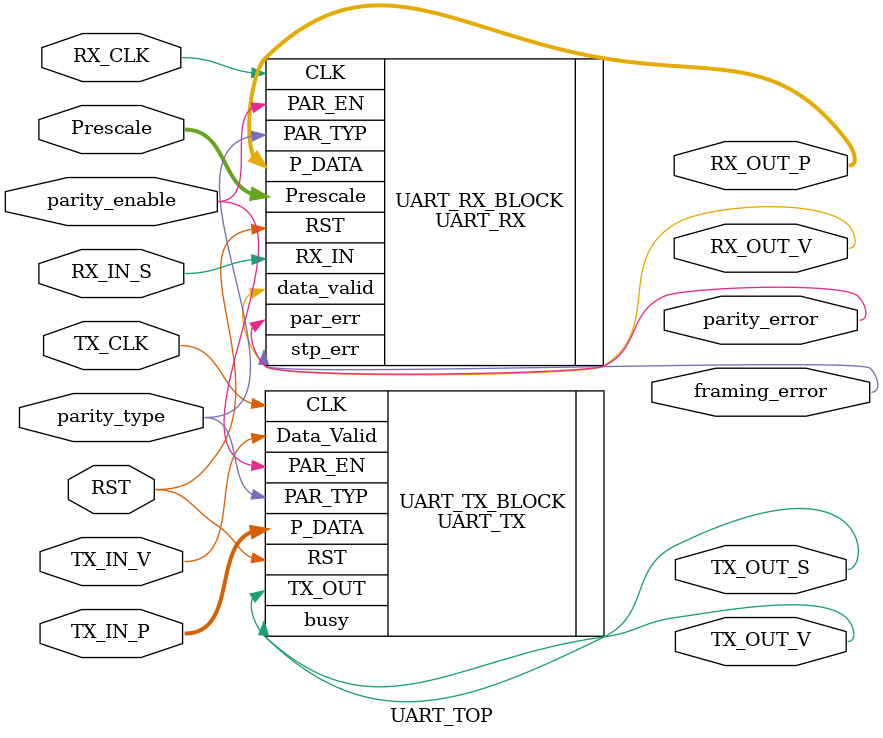
<source format=v>
module UART_TOP (
    input   wire                          RST,
    input   wire                          TX_CLK,
    input   wire                          RX_CLK,
    input   wire                          RX_IN_S,
    output  wire   [7:0]                  RX_OUT_P, 
    output  wire                          RX_OUT_V,
    input   wire   [7:0]                  TX_IN_P, 
    input   wire                          TX_IN_V, 
    output  wire                          TX_OUT_S,
    output  wire                          TX_OUT_V,  
    input   wire   [5:0]                  Prescale, 
    input   wire                          parity_enable,
    input   wire                          parity_type,
    output  wire                          parity_error,
    output  wire                          framing_error
);

    UART_TX UART_TX_BLOCK(
        .P_DATA(TX_IN_P),
        .Data_Valid(TX_IN_V), 
        .PAR_TYP(parity_type), 
        .PAR_EN(parity_enable),
        .CLK(TX_CLK), 
        .RST(RST),
        .TX_OUT(TX_OUT_S), 
        .busy(TX_OUT_V)
    );

    UART_RX UART_RX_BLOCK(
        .CLK(RX_CLK), 
        .RST(RST),
        .RX_IN(RX_IN_S),
        .PAR_EN(parity_enable), 
        .PAR_TYP(parity_type),
        .Prescale(Prescale),
        .data_valid(RX_OUT_V),
        .P_DATA(RX_OUT_P),
        .par_err(parity_error), 
        .stp_err(framing_error)
    );

endmodule
</source>
